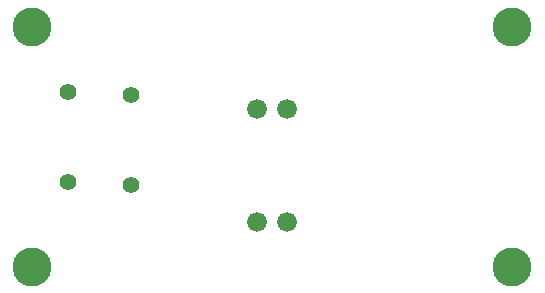
<source format=gbl>
G04 (created by PCBNEW (2013-feb-26)-testing) date Fri 08 Mar 2013 03:50:30 PM PST*
%MOIN*%
G04 Gerber Fmt 3.4, Leading zero omitted, Abs format*
%FSLAX34Y34*%
G01*
G70*
G90*
G04 APERTURE LIST*
%ADD10C,2.3622e-06*%
%ADD11C,0.13*%
%ADD12C,0.066*%
%ADD13C,0.055*%
G04 APERTURE END LIST*
G54D10*
G54D11*
X31000Y-21000D03*
X31000Y-29000D03*
X47000Y-29000D03*
X47000Y-21000D03*
G54D12*
X39500Y-23750D03*
X38500Y-23750D03*
G54D13*
X32200Y-26180D03*
X32200Y-23180D03*
X34270Y-26280D03*
X34270Y-23280D03*
G54D12*
X39500Y-27500D03*
X38500Y-27500D03*
M02*

</source>
